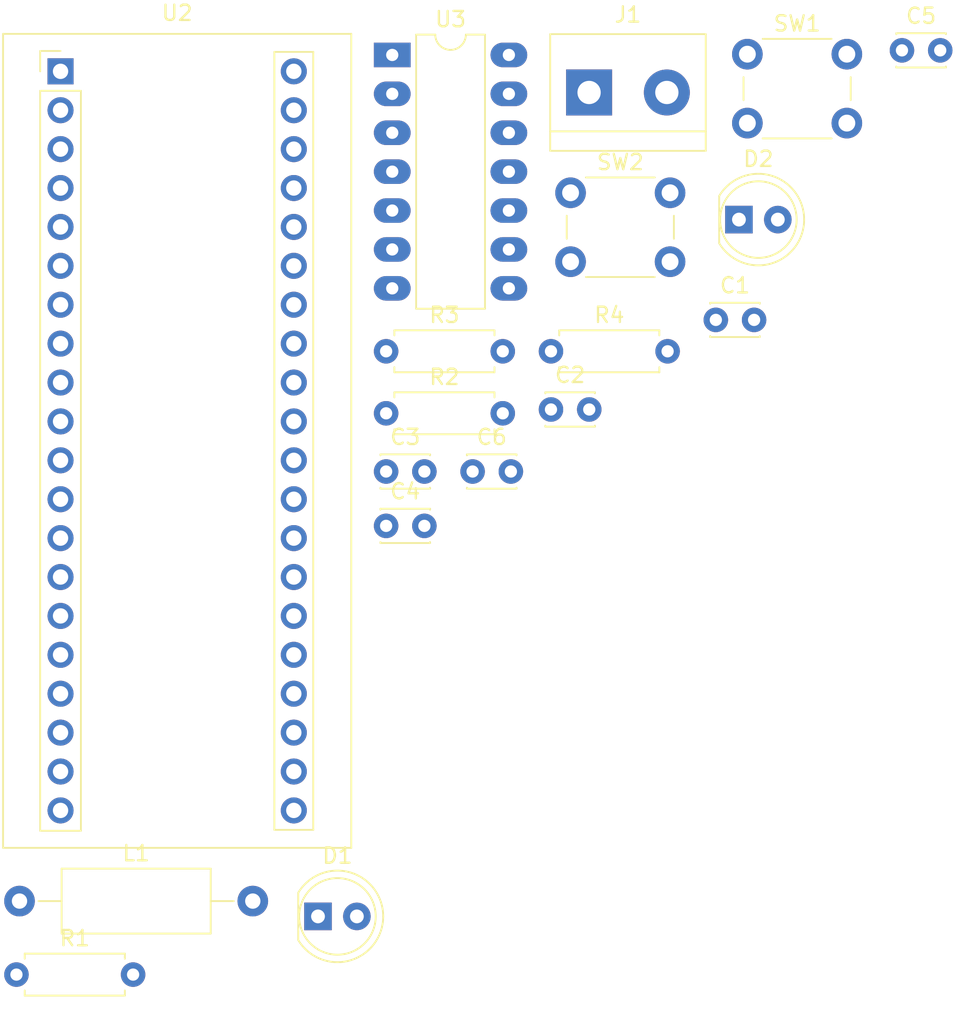
<source format=kicad_pcb>
(kicad_pcb (version 20211014) (generator pcbnew)
  (layers (0 "F.Cu" signal) (31 "B.Cu" signal) (34 "B.Paste" user) (35 "F.Paste" user) (36 "B.SilkS" user "B.Silkscreen") (37 "F.SilkS" user "F.Silkscreen") (38 "B.Mask" user) (39 "F.Mask" user) (44 "Edge.Cuts" user))
  (net 0 "")
  (net 1 "BTN-Zero")
  (net 2 "GND")
  (net 3 "BTN-Set")
  (net 4 "Net-(C3-Pad1)")
  (net 5 "+5V")
  (net 6 "Net-(D1-Pad1)")
  (net 7 "Net-(D1-Pad2)")
  (net 8 "Net-(D2-Pad2)")
  (net 9 "Net-(J1-Pad2)")
  (net 17 "GPS-RX")
  (net 19 "GPS-TX")
  (net 22 "DO-3.3v")
  (net 26 "SCLK-3.3v")
  (net 36 "RCKL-3.3v")
  (net 44 "SCKL-5v")
  (net 45 "Net-(U3-Pad2)")
  (net 46 "Net-(U3-Pad6)")
  (net 47 "Net-(U3-Pad10)")
  (net 48 "DO-5v")
  (net 49 "RCKL-5v")
  (footprint "Resistor_THT:R_Axial_DIN0207_L6.3mm_D2.5mm_P7.62mm_Horizontal" (layer "F.Cu") (at 168.96 69.6)
    (fp_text reference "R2" (at 3.81 -2.37) (layer "F.SilkS"))
    (fp_text value "1k")
    (fp_line (start 0.54 1.37) (end 7.08 1.37) (layer "F.SilkS") (width 0.12))
    (fp_line (start 7.08 -1.37) (end 7.08 -1.04) (layer "F.SilkS") (width 0.12))
    (fp_line (start 0.54 -1.04) (end 0.54 -1.37) (layer "F.SilkS") (width 0.12))
    (fp_line (start 0.54 1.04) (end 0.54 1.37) (layer "F.SilkS") (width 0.12))
    (fp_line (start 7.08 1.37) (end 7.08 1.04) (layer "F.SilkS") (width 0.12))
    (fp_line (start 0.54 -1.37) (end 7.08 -1.37) (layer "F.SilkS") (width 0.12))
    (pad "1" thru_hole circle locked (at 0 0) (size 1.6 1.6) (drill 0.8) (layers *.Cu *.Mask) (net 5 "+5V"))
    (pad "2" thru_hole oval locked (at 7.62 0) (size 1.6 1.6) (drill 0.8) (layers *.Cu *.Mask) (net 3 "BTN-Set"))
  )
  (footprint "Resistor_THT:R_Axial_DIN0207_L6.3mm_D2.5mm_P7.62mm_Horizontal" (layer "F.Cu") (at 168.96 65.55)
    (fp_text reference "R3" (at 3.81 -2.37) (layer "F.SilkS"))
    (fp_text value "1k")
    (fp_line (start 0.54 1.37) (end 7.08 1.37) (layer "F.SilkS") (width 0.12))
    (fp_line (start 0.54 -1.04) (end 0.54 -1.37) (layer "F.SilkS") (width 0.12))
    (fp_line (start 7.08 1.37) (end 7.08 1.04) (layer "F.SilkS") (width 0.12))
    (fp_line (start 0.54 1.04) (end 0.54 1.37) (layer "F.SilkS") (width 0.12))
    (fp_line (start 7.08 -1.37) (end 7.08 -1.04) (layer "F.SilkS") (width 0.12))
    (fp_line (start 0.54 -1.37) (end 7.08 -1.37) (layer "F.SilkS") (width 0.12))
    (pad "1" thru_hole circle locked (at 0 0) (size 1.6 1.6) (drill 0.8) (layers *.Cu *.Mask) (net 9 "Net-(J1-Pad2)"))
    (pad "2" thru_hole oval locked (at 7.62 0) (size 1.6 1.6) (drill 0.8) (layers *.Cu *.Mask) (net 7 "Net-(D1-Pad2)"))
  )
  (footprint "Resistor_THT:R_Axial_DIN0207_L6.3mm_D2.5mm_P7.62mm_Horizontal" (layer "F.Cu") (at 179.73 65.55)
    (fp_text reference "R4" (at 3.81 -2.37) (layer "F.SilkS"))
    (fp_text value "1k")
    (fp_line (start 0.54 1.04) (end 0.54 1.37) (layer "F.SilkS") (width 0.12))
    (fp_line (start 0.54 -1.04) (end 0.54 -1.37) (layer "F.SilkS") (width 0.12))
    (fp_line (start 0.54 1.37) (end 7.08 1.37) (layer "F.SilkS") (width 0.12))
    (fp_line (start 7.08 -1.37) (end 7.08 -1.04) (layer "F.SilkS") (width 0.12))
    (fp_line (start 7.08 1.37) (end 7.08 1.04) (layer "F.SilkS") (width 0.12))
    (fp_line (start 0.54 -1.37) (end 7.08 -1.37) (layer "F.SilkS") (width 0.12))
    (pad "1" thru_hole circle locked (at 0 0) (size 1.6 1.6) (drill 0.8) (layers *.Cu *.Mask) (net 5 "+5V"))
    (pad "2" thru_hole oval locked (at 7.62 0) (size 1.6 1.6) (drill 0.8) (layers *.Cu *.Mask) (net 8 "Net-(D2-Pad2)"))
  )
  (footprint "LED_THT:LED_D5.0mm" (layer "F.Cu") (at 164.51 102.45)
    (fp_text reference "D1" (at 1.27 -3.96) (layer "F.SilkS"))
    (fp_text value "LED")
    (fp_line (start -1.29 -1.545) (end -1.29 1.545) (layer "F.SilkS") (width 0.12))
    (fp_arc (start -1.29 -1.54483) (mid 2.072002 -2.880433) (end 4.26 0.000462) (layer "F.SilkS") (width 0.12))
    (fp_arc (start 4.26 -0.000462) (mid 2.072002 2.880433) (end -1.29 1.54483) (layer "F.SilkS") (width 0.12))
    (fp_circle (center 1.27 0) (end 3.77 0) (layer "F.SilkS") (width 0.12) (fill none))
    (pad "1" thru_hole rect locked (at 0 0) (size 1.8 1.8) (drill 0.9) (layers *.Cu *.Mask) (net 6 "Net-(D1-Pad1)"))
    (pad "2" thru_hole circle locked (at 2.54 0) (size 1.8 1.8) (drill 0.9) (layers *.Cu *.Mask) (net 7 "Net-(D1-Pad2)"))
  )
  (footprint "Capacitor_THT:C_Disc_D3.0mm_W2.0mm_P2.50mm" (layer "F.Cu") (at 202.66 45.9)
    (fp_text reference "C5" (at 1.25 -2.25) (layer "F.SilkS"))
    (fp_text value "100nF")
    (fp_line (start -0.37 -1.12) (end 2.87 -1.12) (layer "F.SilkS") (width 0.12))
    (fp_line (start 2.87 1.055) (end 2.87 1.12) (layer "F.SilkS") (width 0.12))
    (fp_line (start -0.37 1.055) (end -0.37 1.12) (layer "F.SilkS") (width 0.12))
    (fp_line (start -0.37 -1.12) (end -0.37 -1.055) (layer "F.SilkS") (width 0.12))
    (fp_line (start 2.87 -1.12) (end 2.87 -1.055) (layer "F.SilkS") (width 0.12))
    (fp_line (start -0.37 1.12) (end 2.87 1.12) (layer "F.SilkS") (width 0.12))
    (pad "1" thru_hole circle locked (at 0 0) (size 1.6 1.6) (drill 0.8) (layers *.Cu *.Mask) (net 5 "+5V"))
    (pad "2" thru_hole circle locked (at 2.5 0) (size 1.6 1.6) (drill 0.8) (layers *.Cu *.Mask) (net 2 "GND"))
  )
  (footprint "TerminalBlock:TerminalBlock_bornier-2_P5.08mm" (layer "F.Cu") (at 182.22 48.65)
    (fp_text reference "J1" (at 2.54 -5.08) (layer "F.SilkS"))
    (fp_text value "Conn_01x02")
    (fp_line (start 7.62 2.54) (end -2.54 2.54) (layer "F.SilkS") (width 0.12))
    (fp_line (start -2.54 -3.81) (end -2.54 3.81) (layer "F.SilkS") (width 0.12))
    (fp_line (start -2.54 3.81) (end 7.62 3.81) (layer "F.SilkS") (width 0.12))
    (fp_line (start 7.62 -3.81) (end -2.54 -3.81) (layer "F.SilkS") (width 0.12))
    (fp_line (start 7.62 3.81) (end 7.62 -3.81) (layer "F.SilkS") (width 0.12))
    (pad "1" thru_hole rect locked (at 0 0) (size 3 3) (drill 1.52) (layers *.Cu *.Mask) (net 6 "Net-(D1-Pad1)"))
    (pad "2" thru_hole circle locked (at 5.08 0) (size 3 3) (drill 1.52) (layers *.Cu *.Mask) (net 9 "Net-(J1-Pad2)"))
  )
  (footprint "Capacitor_THT:C_Disc_D3.0mm_W2.0mm_P2.50mm" (layer "F.Cu") (at 190.5 63.5)
    (fp_text reference "C1" (at 1.25 -2.25) (layer "F.SilkS"))
    (fp_text value "100nF")
    (fp_line (start 2.87 1.055) (end 2.87 1.12) (layer "F.SilkS") (width 0.12))
    (fp_line (start -0.37 -1.12) (end -0.37 -1.055) (layer "F.SilkS") (width 0.12))
    (fp_line (start 2.87 -1.12) (end 2.87 -1.055) (layer "F.SilkS") (width 0.12))
    (fp_line (start -0.37 1.055) (end -0.37 1.12) (layer "F.SilkS") (width 0.12))
    (fp_line (start -0.37 -1.12) (end 2.87 -1.12) (layer "F.SilkS") (width 0.12))
    (fp_line (start -0.37 1.12) (end 2.87 1.12) (layer "F.SilkS") (width 0.12))
    (pad "1" thru_hole circle locked (at 0 0) (size 1.6 1.6) (drill 0.8) (layers *.Cu *.Mask) (net 1 "BTN-Zero"))
    (pad "2" thru_hole circle locked (at 2.5 0) (size 1.6 1.6) (drill 0.8) (layers *.Cu *.Mask) (net 2 "GND"))
  )
  (footprint "LED_THT:LED_D5.0mm" (layer "F.Cu") (at 192.01 56.95)
    (fp_text reference "D2" (at 1.27 -3.96) (layer "F.SilkS"))
    (fp_text value "LED")
    (fp_line (start -1.29 -1.545) (end -1.29 1.545) (layer "F.SilkS") (width 0.12))
    (fp_arc (start -1.29 -1.54483) (mid 2.072002 -2.880433) (end 4.26 0.000462) (layer "F.SilkS") (width 0.12))
    (fp_arc (start 4.26 -0.000462) (mid 2.072002 2.880433) (end -1.29 1.54483) (layer "F.SilkS") (width 0.12))
    (fp_circle (center 1.27 0) (end 3.77 0) (layer "F.SilkS") (width 0.12) (fill none))
    (pad "1" thru_hole rect locked (at 0 0) (size 1.8 1.8) (drill 0.9) (layers *.Cu *.Mask) (net 2 "GND"))
    (pad "2" thru_hole circle locked (at 2.54 0) (size 1.8 1.8) (drill 0.9) (layers *.Cu *.Mask) (net 8 "Net-(D2-Pad2)"))
  )
  (footprint "Resistor_THT:R_Axial_DIN0207_L6.3mm_D2.5mm_P7.62mm_Horizontal" (layer "F.Cu") (at 144.81 106.25)
    (fp_text reference "R1" (at 3.81 -2.37) (layer "F.SilkS"))
    (fp_text value "1k")
    (fp_line (start 7.08 -1.37) (end 7.08 -1.04) (layer "F.SilkS") (width 0.12))
    (fp_line (start 7.08 1.37) (end 7.08 1.04) (layer "F.SilkS") (width 0.12))
    (fp_line (start 0.54 1.04) (end 0.54 1.37) (layer "F.SilkS") (width 0.12))
    (fp_line (start 0.54 -1.37) (end 7.08 -1.37) (layer "F.SilkS") (width 0.12))
    (fp_line (start 0.54 1.37) (end 7.08 1.37) (layer "F.SilkS") (width 0.12))
    (fp_line (start 0.54 -1.04) (end 0.54 -1.37) (layer "F.SilkS") (width 0.12))
    (pad "1" thru_hole circle locked (at 0 0) (size 1.6 1.6) (drill 0.8) (layers *.Cu *.Mask) (net 5 "+5V"))
    (pad "2" thru_hole oval locked (at 7.62 0) (size 1.6 1.6) (drill 0.8) (layers *.Cu *.Mask) (net 1 "BTN-Zero"))
  )
  (footprint "misc:YAAJ_BluePill_2" (layer "F.Cu") (at 147.69 47.27)
    (fp_text reference "U2" (at 7.62 -3.81) (layer "F.SilkS"))
    (fp_text value "YAAJ_BluePill" hide)
    (fp_line (start 18.995 -2.445) (end 18.995 50.705) (layer "F.SilkS") (width 0.12))
    (fp_line (start -3.755 50.705) (end -3.755 -2.445) (layer "F.SilkS") (width 0.12))
    (fp_line (start 13.97 -1.27) (end 16.51 -1.27) (layer "F.SilkS") (width 0.12))
    (fp_line (start -1.33 1.27) (end 1.33 1.27) (layer "F.SilkS") (width 0.12))
    (fp_line (start 13.97 49.53) (end 13.97 -1.27) (layer "F.SilkS") (width 0.12))
    (fp_line (start -1.33 0) (end -1.33 -1.33) (layer "F.SilkS") (width 0.12))
    (fp_line (start 16.51 -1.27) (end 16.51 49.53) (layer "F.SilkS") (width 0.12))
    (fp_line (start 16.51 49.53) (end 13.97 49.53) (layer "F.SilkS") (width 0.12))
    (fp_line (start -1.33 -1.33) (end 0 -1.33) (layer "F.SilkS") (width 0.12))
    (fp_line (start 1.33 1.27) (end 1.33 49.59) (layer "F.SilkS") (width 0.12))
    (fp_line (start -3.755 -2.445) (end 18.995 -2.445) (layer "F.SilkS") (width 0.12))
    (fp_line (start -1.33 49.59) (end -1.33 1.27) (layer "F.SilkS") (width 0.12))
    (fp_line (start 1.33 49.59) (end -1.33 49.59) (layer "F.SilkS") (width 0.12))
    (fp_line (start 18.995 50.705) (end -3.755 50.705) (layer "F.SilkS") (width 0.12))
    (pad "1" thru_hole rect locked (at 0 0) (size 1.7 1.7) (drill 1) (layers *.Cu *.Mask) (net 1 "BTN-Zero"))
    (pad "2" thru_hole circle locked (at 0 2.54) (size 1.7 1.7) (drill 1) (layers *.Cu *.Mask) (net 3 "BTN-Set"))
    (pad "3" thru_hole circle locked (at 0 5.08) (size 1.7 1.7) (drill 1) (layers *.Cu *.Mask))
    (pad "4" thru_hole circle locked (at 0 7.62) (size 1.7 1.7) (drill 1) (layers *.Cu *.Mask))
    (pad "5" thru_hole circle locked (at 0 10.16) (size 1.7 1.7) (drill 1) (layers *.Cu *.Mask))
    (pad "6" thru_hole circle locked (at 0 12.7) (size 1.7 1.7) (drill 1) (layers *.Cu *.Mask) (net 17 "GPS-RX"))
    (pad "7" thru_hole circle locked (at 0 15.24) (size 1.7 1.7) (drill 1) (layers *.Cu *.Mask) (net 19 "GPS-TX"))
    (pad "8" thru_hole circle locked (at 0 17.78) (size 1.7 1.7) (drill 1) (layers *.Cu *.Mask))
    (pad "9" thru_hole circle locked (at 0 20.32) (size 1.7 1.7) (drill 1) (layers *.Cu *.Mask))
    (pad "10" thru_hole circle locked (at 0 22.86) (size 1.7 1.7) (drill 1) (layers *.Cu *.Mask))
    (pad "11" thru_hole circle locked (at 0 25.4) (size 1.7 1.7) (drill 1) (layers *.Cu *.Mask))
    (pad "12" thru_hole circle locked (at 0 27.94) (size 1.7 1.7) (drill 1) (layers *.Cu *.Mask))
    (pad "13" thru_hole circle locked (at 0 30.48) (size 1.7 1.7) (drill 1) (layers *.Cu *.Mask))
    (pad "14" thru_hole circle locked (at 0 33.02) (size 1.7 1.7) (drill 1) (layers *.Cu *.Mask))
    (pad "15" thru_hole circle locked (at 0 35.56) (size 1.7 1.7) (drill 1) (layers *.Cu *.Mask))
    (pad "16" thru_hole circle locked (at 0 38.1) (size 1.7 1.7) (drill 1) (layers *.Cu *.Mask))
    (pad "17" thru_hole circle locked (at 0 40.64) (size 1.7 1.7) (drill 1) (layers *.Cu *.Mask))
    (pad "18" thru_hole circle locked (at 0 43.18) (size 1.7 1.7) (drill 1) (layers *.Cu *.Mask) (net 5 "+5V"))
    (pad "19" thru_hole circle locked (at 0 45.72) (size 1.7 1.7) (drill 1) (layers *.Cu *.Mask) (net 2 "GND"))
    (pad "20" thru_hole circle locked (at 0 48.26) (size 1.7 1.7) (drill 1) (layers *.Cu *.Mask))
    (pad "21" thru_hole circle locked (at 15.24 48.26) (size 1.7 1.7) (drill 1) (layers *.Cu *.Mask))
    (pad "22" thru_hole circle locked (at 15.24 45.72) (size 1.7 1.7) (drill 1) (layers *.Cu *.Mask))
    (pad "23" thru_hole circle locked (at 15.24 43.18) (size 1.7 1.7) (drill 1) (layers *.Cu *.Mask))
    (pad "24" thru_hole circle locked (at 15.24 40.64) (size 1.7 1.7) (drill 1) (layers *.Cu *.Mask))
    (pad "25" thru_hole circle locked (at 15.24 38.1) (size 1.7 1.7) (drill 1) (layers *.Cu *.Mask) (net 36 "RCKL-3.3v"))
    (pad "26" thru_hole circle locked (at 15.24 35.56) (size 1.7 1.7) (drill 1) (layers *.Cu *.Mask))
    (pad "27" thru_hole circle locked (at 15.24 33.02) (size 1.7 1.7) (drill 1) (layers *.Cu *.Mask))
    (pad "28" thru_hole circle locked (at 15.24 30.48) (size 1.7 1.7) (drill 1) (layers *.Cu *.Mask))
    (pad "29" thru_hole circle locked (at 15.24 27.94) (size 1.7 1.7) (drill 1) (layers *.Cu *.Mask))
    (pad "30" thru_hole circle locked (at 15.24 25.4) (size 1.7 1.7) (drill 1) (layers *.Cu *.Mask) (net 26 "SCLK-3.3v"))
    (pad "31" thru_hole circle locked (at 15.24 22.86) (size 1.7 1.7) (drill 1) (layers *.Cu *.Mask))
    (pad "32" thru_hole circle locked (at 15.24 20.32) (size 1.7 1.7) (drill 1) (layers *.Cu *.Mask) (net 22 "DO-3.3v"))
    (pad "33" thru_hole circle locked (at 15.24 17.78) (size 1.7 1.7) (drill 1) (layers *.Cu *.Mask))
    (pad "34" thru_hole circle locked (at 15.24 15.24) (size 1.7 1.7) (drill 1) (layers *.Cu *.Mask))
    (pad "35" thru_hole circle locked (at 15.24 12.7) (size 1.7 1.7) (drill 1) (layers *.Cu *.Mask))
    (pad "36" thru_hole circle locked (at 15.24 10.16) (size 1.7 1.7) (drill 1) (layers *.Cu *.Mask))
    (pad "37" thru_hole circle locked (at 15.24 7.62) (size 1.7 1.7) (drill 1) (layers *.Cu *.Mask))
    (pad "38" thru_hole circle locked (at 15.24 5.08) (size 1.7 1.7) (drill 1) (layers *.Cu *.Mask))
    (pad "39" thru_hole circle locked (at 15.24 2.54) (size 1.7 1.7) (drill 1) (layers *.Cu *.Mask) (net 2 "GND"))
    (pad "40" thru_hole circle locked (at 15.24 0) (size 1.7 1.7) (drill 1) (layers *.Cu *.Mask) (net 2 "GND"))
  )
  (footprint "Button_Switch_THT:SW_PUSH_6mm" (layer "F.Cu") (at 181.01 55.2)
    (fp_text reference "SW2" (at 3.25 -2) (layer "F.SilkS"))
    (fp_text value "SW_Push")
    (fp_line (start 1 5.5) (end 5.5 5.5) (layer "F.SilkS") (width 0.12))
    (fp_line (start -0.25 1.5) (end -0.25 3) (layer "F.SilkS") (width 0.12))
    (fp_line (start 5.5 -1) (end 1 -1) (layer "F.SilkS") (width 0.12))
    (fp_line (start 6.75 3) (end 6.75 1.5) (layer "F.SilkS") (width 0.12))
    (pad "1" thru_hole circle locked (at 6.5 0 90) (size 2 2) (drill 1.1) (layers *.Cu *.Mask) (net 2 "GND"))
    (pad "1" thru_hole circle locked (at 0 0 90) (size 2 2) (drill 1.1) (layers *.Cu *.Mask) (net 2 "GND"))
    (pad "2" thru_hole circle locked (at 0 4.5 90) (size 2 2) (drill 1.1) (layers *.Cu *.Mask) (net 3 "BTN-Set"))
    (pad "2" thru_hole circle locked (at 6.5 4.5 90) (size 2 2) (drill 1.1) (layers *.Cu *.Mask) (net 3 "BTN-Set"))
  )
  (footprint "Button_Switch_THT:SW_PUSH_6mm" (layer "F.Cu") (at 192.56 46.15)
    (fp_text reference "SW1" (at 3.25 -2) (layer "F.SilkS"))
    (fp_text value "SW_Push")
    (fp_line (start 6.75 3) (end 6.75 1.5) (layer "F.SilkS") (width 0.12))
    (fp_line (start 5.5 -1) (end 1 -1) (layer "F.SilkS") (width 0.12))
    (fp_line (start 1 5.5) (end 5.5 5.5) (layer "F.SilkS") (width 0.12))
    (fp_line (start -0.25 1.5) (end -0.25 3) (layer "F.SilkS") (width 0.12))
    (pad "1" thru_hole circle locked (at 0 0 90) (size 2 2) (drill 1.1) (layers *.Cu *.Mask) (net 2 "GND"))
    (pad "1" thru_hole circle locked (at 6.5 0 90) (size 2 2) (drill 1.1) (layers *.Cu *.Mask) (net 2 "GND"))
    (pad "2" thru_hole circle locked (at 6.5 4.5 90) (size 2 2) (drill 1.1) (layers *.Cu *.Mask) (net 1 "BTN-Zero"))
    (pad "2" thru_hole circle locked (at 0 4.5 90) (size 2 2) (drill 1.1) (layers *.Cu *.Mask) (net 1 "BTN-Zero"))
  )
  (footprint "Capacitor_THT:C_Disc_D3.0mm_W2.0mm_P2.50mm" (layer "F.Cu") (at 174.61 73.4)
    (fp_text reference "C6" (at 1.25 -2.25) (layer "F.SilkS"))
    (fp_text value "100nF")
    (fp_line (start -0.37 1.12) (end 2.87 1.12) (layer "F.SilkS") (width 0.12))
    (fp_line (start -0.37 1.055) (end -0.37 1.12) (layer "F.SilkS") (width 0.12))
    (fp_line (start -0.37 -1.12) (end -0.37 -1.055) (layer "F.SilkS") (width 0.12))
    (fp_line (start 2.87 1.055) (end 2.87 1.12) (layer "F.SilkS") (width 0.12))
    (fp_line (start 2.87 -1.12) (end 2.87 -1.055) (layer "F.SilkS") (width 0.12))
    (fp_line (start -0.37 -1.12) (end 2.87 -1.12) (layer "F.SilkS") (width 0.12))
    (pad "1" thru_hole circle locked (at 0 0) (size 1.6 1.6) (drill 0.8) (layers *.Cu *.Mask) (net 5 "+5V"))
    (pad "2" thru_hole circle locked (at 2.5 0) (size 1.6 1.6) (drill 0.8) (layers *.Cu *.Mask) (net 2 "GND"))
  )
  (footprint "Inductor_THT:L_Axial_L9.5mm_D4.0mm_P15.24mm_Horizontal_Fastron_SMCC" (layer "F.Cu") (at 145.01 101.45)
    (fp_text reference "L1" (at 7.62 -3.12) (layer "F.SilkS"))
    (fp_text value "47uH")
    (fp_line (start 12.49 2.12) (end 12.49 -2.12) (layer "F.SilkS") (width 0.12))
    (fp_line (start 2.75 -2.12) (end 2.75 2.12) (layer "F.SilkS") (width 0.12))
    (fp_line (start 12.49 -2.12) (end 2.75 -2.12) (layer "F.SilkS") (width 0.12))
    (fp_line (start 2.75 2.12) (end 12.49 2.12) (layer "F.SilkS") (width 0.12))
    (fp_line (start 14 0) (end 12.49 0) (layer "F.SilkS") (width 0.12))
    (fp_line (start 1.24 0) (end 2.75 0) (layer "F.SilkS") (width 0.12))
    (pad "1" thru_hole circle locked (at 0 0) (size 2 2) (drill 1) (layers *.Cu *.Mask) (net 4 "Net-(C3-Pad1)"))
    (pad "2" thru_hole oval locked (at 15.24 0) (size 2 2) (drill 1) (layers *.Cu *.Mask) (net 5 "+5V"))
  )
  (footprint "Capacitor_THT:C_Disc_D3.0mm_W2.0mm_P2.50mm" (layer "F.Cu") (at 179.73 69.35)
    (fp_text reference "C2" (at 1.25 -2.25) (layer "F.SilkS"))
    (fp_text value "100nF")
    (fp_line (start -0.37 1.055) (end -0.37 1.12) (layer "F.SilkS") (width 0.12))
    (fp_line (start 2.87 1.055) (end 2.87 1.12) (layer "F.SilkS") (width 0.12))
    (fp_line (start 2.87 -1.12) (end 2.87 -1.055) (layer "F.SilkS") (width 0.12))
    (fp_line (start -0.37 -1.12) (end 2.87 -1.12) (layer "F.SilkS") (width 0.12))
    (fp_line (start -0.37 1.12) (end 2.87 1.12) (layer "F.SilkS") (width 0.12))
    (fp_line (start -0.37 -1.12) (end -0.37 -1.055) (layer "F.SilkS") (width 0.12))
    (pad "1" thru_hole circle locked (at 0 0) (size 1.6 1.6) (drill 0.8) (layers *.Cu *.Mask) (net 3 "BTN-Set"))
    (pad "2" thru_hole circle locked (at 2.5 0) (size 1.6 1.6) (drill 0.8) (layers *.Cu *.Mask) (net 2 "GND"))
  )
  (footprint "Capacitor_THT:C_Disc_D3.0mm_W2.0mm_P2.50mm" (layer "F.Cu") (at 168.96 73.4)
    (fp_text reference "C3" (at 1.25 -2.25) (layer "F.SilkS"))
    (fp_text value "100nF")
    (fp_line (start -0.37 1.12) (end 2.87 1.12) (layer "F.SilkS") (width 0.12))
    (fp_line (start 2.87 1.055) (end 2.87 1.12) (layer "F.SilkS") (width 0.12))
    (fp_line (start -0.37 1.055) (end -0.37 1.12) (layer "F.SilkS") (width 0.12))
    (fp_line (start -0.37 -1.12) (end 2.87 -1.12) (layer "F.SilkS") (width 0.12))
    (fp_line (start 2.87 -1.12) (end 2.87 -1.055) (layer "F.SilkS") (width 0.12))
    (fp_line (start -0.37 -1.12) (end -0.37 -1.055) (layer "F.SilkS") (width 0.12))
    (pad "1" thru_hole circle locked (at 0 0) (size 1.6 1.6) (drill 0.8) (layers *.Cu *.Mask) (net 4 "Net-(C3-Pad1)"))
    (pad "2" thru_hole circle locked (at 2.5 0) (size 1.6 1.6) (drill 0.8) (layers *.Cu *.Mask) (net 2 "GND"))
  )
  (footprint "Package_DIP:DIP-14_W7.62mm_LongPads" (layer "F.Cu") (at 169.36 46.2)
    (fp_text reference "U3" (at 3.81 -2.33) (layer "F.SilkS"))
    (fp_text value "74HC14")
    (fp_line (start 6.06 16.57) (end 6.06 -1.33) (layer "F.SilkS") (width 0.12))
    (fp_line (start 6.06 -1.33) (end 4.81 -1.33) (layer "F.SilkS") (width 0.12))
    (fp_line (start 1.56 16.57) (end 6.06 16.57) (layer "F.SilkS") (width 0.12))
    (fp_line (start 1.56 -1.33) (end 1.56 16.57) (layer "F.SilkS") (width 0.12))
    (fp_line (start 2.81 -1.33) (end 1.56 -1.33) (layer "F.SilkS") (width 0.12))
    (fp_arc (start 4.81 -1.33) (mid 3.81 -0.33) (end 2.81 -1.33) (layer "F.SilkS") (width 0.12))
    (pad "1" thru_hole rect locked (at 0 0) (size 2.4 1.6) (drill 0.8) (layers *.Cu *.Mask) (net 22 "DO-3.3v"))
    (pad "2" thru_hole oval locked (at 0 2.54) (size 2.4 1.6) (drill 0.8) (layers *.Cu *.Mask) (net 45 "Net-(U3-Pad2)"))
    (pad "3" thru_hole oval locked (at 0 5.08) (size 2.4 1.6) (drill 0.8) (layers *.Cu *.Mask) (net 45 "Net-(U3-Pad2)"))
    (pad "4" thru_hole oval locked (at 0 7.62) (size 2.4 1.6) (drill 0.8) (layers *.Cu *.Mask) (net 48 "DO-5v"))
    (pad "5" thru_hole oval locked (at 0 10.16) (size 2.4 1.6) (drill 0.8) (layers *.Cu *.Mask) (net 26 "SCLK-3.3v"))
    (pad "6" thru_hole oval locked (at 0 12.7) (size 2.4 1.6) (drill 0.8) (layers *.Cu *.Mask) (net 46 "Net-(U3-Pad6)"))
    (pad "7" thru_hole oval locked (at 0 15.24) (size 2.4 1.6) (drill 0.8) (layers *.Cu *.Mask) (net 2 "GND"))
    (pad "8" thru_hole oval locked (at 7.62 15.24) (size 2.4 1.6) (drill 0.8) (layers *.Cu *.Mask) (net 44 "SCKL-5v"))
    (pad "9" thru_hole oval locked (at 7.62 12.7) (size 2.4 1.6) (drill 0.8) (layers *.Cu *.Mask) (net 46 "Net-(U3-Pad6)"))
    (pad "10" thru_hole oval locked (at 7.62 10.16) (size 2.4 1.6) (drill 0.8) (layers *.Cu *.Mask) (net 47 "Net-(U3-Pad10)"))
    (pad "11" thru_hole oval locked (at 7.62 7.62) (size 2.4 1.6) (drill 0.8) (layers *.Cu *.Mask) (net 36 "RCKL-3.3v"))
    (pad "12" thru_hole oval locked (at 7.62 5.08) (size 2.4 1.6) (drill 0.8) (layers *.Cu *.Mask) (net 49 "RCKL-5v"))
    (pad "13" thru_hole oval locked (at 7.62 2.54) (size 2.4 1.6) (drill 0.8) (layers *.Cu *.Mask) (net 47 "Net-(U3-Pad10)"))
    (pad "14" thru_hole oval locked (at 7.62 0) (size 2.4 1.6) (drill 0.8) (layers *.Cu *.Mask) (net 5 "+5V"))
  )
  (footprint "Capacitor_THT:C_Disc_D3.0mm_W2.0mm_P2.50mm" (layer "F.Cu") (at 168.96 76.95)
    (fp_text reference "C4" (at 1.25 -2.25) (layer "F.SilkS"))
    (fp_text value "100nF")
    (fp_line (start 2.87 -1.12) (end 2.87 -1.055) (layer "F.SilkS") (width 0.12))
    (fp_line (start 2.87 1.055) (end 2.87 1.12) (layer "F.SilkS") (width 0.12))
    (fp_line (start -0.37 1.055) (end -0.37 1.12) (layer "F.SilkS") (width 0.12))
    (fp_line (start -0.37 -1.12) (end 2.87 -1.12) (layer "F.SilkS") (width 0.12))
    (fp_line (start -0.37 1.12) (end 2.87 1.12) (layer "F.SilkS") (width 0.12))
    (fp_line (start -0.37 -1.12) (end -0.37 -1.055) (layer "F.SilkS") (width 0.12))
    (pad "1" thru_hole circle locked (at 0 0) (size 1.6 1.6) (drill 0.8) (layers *.Cu *.Mask) (net 5 "+5V"))
    (pad "2" thru_hole circle locked (at 2.5 0) (size 1.6 1.6) (drill 0.8) (layers *.Cu *.Mask) (net 2 "GND"))
  )
)
</source>
